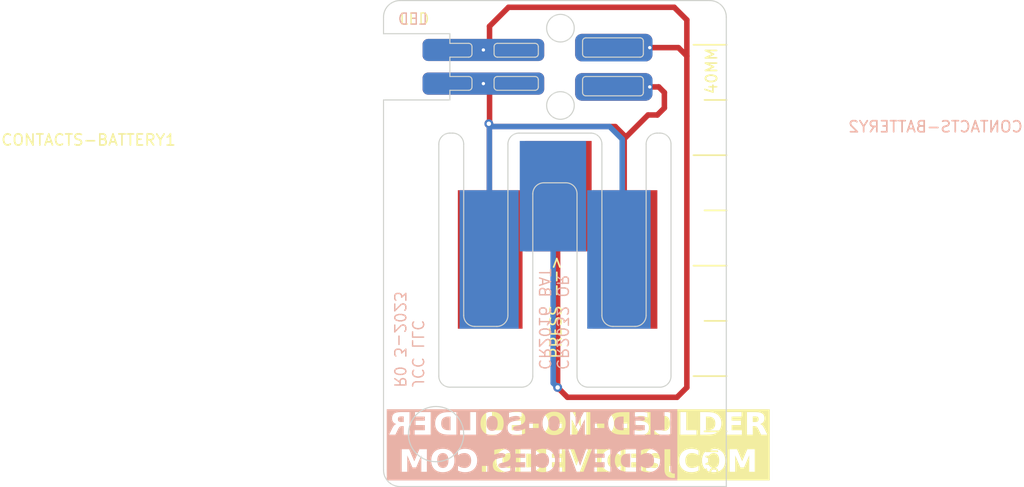
<source format=kicad_pcb>
(kicad_pcb (version 20221018) (generator pcbnew)
  (layers (0 "F.Cu" signal) (31 "B.Cu" signal) (34 "B.Paste" user) (35 "F.Paste" user) (36 "B.SilkS" user "B.Silkscreen") (37 "F.SilkS" user "F.Silkscreen") (38 "B.Mask" user) (39 "F.Mask" user) (44 "Edge.Cuts" user))
  (net 0 "")
  (net 1 "Net-(#FLG0101-pwr)")
  (net 2 "Net-(CONTACTS-BATTERY1-GND)")
  (footprint "JCC:led-wrap-jsc" (layer "F.Cu") (at 142 65.9955)
    (fp_text reference "D1" hide)
    (fp_text value "LED")
    (pad "1" thru_hole roundrect (at 0 -1.524) (size 11 2) (drill 0.3) (layers "*.Cu" "*.Mask") (net 2 "Net-(CONTACTS-BATTERY1-GND)"))
    (pad "2" thru_hole roundrect (at 0 1.524) (size 11 2) (drill 0.3) (layers "*.Cu" "*.Mask") (net 1 "Net-(#FLG0101-pwr)"))
  )
  (footprint "JCC:pick-battery-jsc" (layer "F.Cu") (at 148.59 79.709)
    (fp_text reference "CONTACTS-BATTERY1" (at -42.3 -7.089 unlocked) (layer "F.SilkS"))
    (fp_text value "pick-contact-jsc")
    (pad "1" smd rect (at -5.974 3.73 90) (size 12.54 5.852) (layers "F.Cu" "F.Paste" "F.Mask") (net 1 "Net-(#FLG0101-pwr)"))
    (pad "2" smd rect (at 0.2 -2 90) (size 10 6) (layers "F.Cu" "F.Paste" "F.Mask") (net 2 "Net-(CONTACTS-BATTERY1-GND)"))
    (pad "3" smd rect (at 6.222 3.73 90) (size 12.54 5.844) (layers "F.Cu" "F.Paste" "F.Mask") (net 1 "Net-(#FLG0101-pwr)"))
  )
  (footprint "JCC:led-wrap-jsc" (layer "F.Cu") (at 157.047 66.04)
    (fp_text reference "D1" hide)
    (fp_text value "LED")
    (pad "1" thru_hole roundrect (at 0 -1.778) (size 7 2.5) (drill 0.3 (offset -3.25 0)) (layers "*.Cu" "*.Mask") (net 2 "Net-(CONTACTS-BATTERY1-GND)"))
    (pad "2" thru_hole roundrect (at 0 1.778) (size 7 2.5) (drill 0.3 (offset -3.25 0)) (layers "*.Cu" "*.Mask") (net 1 "Net-(#FLG0101-pwr)"))
  )
  (footprint "JCC:pick-battery-jsc" (layer "B.Cu") (at 148.49 79.709 180)
    (fp_text reference "CONTACTS-BATTERY2" (at -34.4 8.289 unlocked) (layer "B.SilkS") (effects (justify mirror)))
    (fp_text value "pick-contact-jsc")
    (pad "1" smd rect (at -5.768 -3.73 90) (size 12.54 5.736) (layers "B.Cu" "B.Paste" "B.Mask") (net 1 "Net-(#FLG0101-pwr)"))
    (pad "2" smd rect (at 0.2 2 90) (size 10 6) (layers "B.Cu" "B.Paste" "B.Mask") (net 2 "Net-(CONTACTS-BATTERY1-GND)"))
    (pad "3" smd rect (at 5.968 -3.73 90) (size 12.54 5.336) (layers "B.Cu" "B.Paste" "B.Mask") (net 1 "Net-(#FLG0101-pwr)"))
  )
  (gr_line (start 164 74) (end 161 74) (stroke (width 0.15)) (layer "F.SilkS"))
  (gr_line (start 162 69) (end 164 69) (stroke (width 0.15)) (layer "F.SilkS"))
  (gr_line (start 164 94) (end 161 94) (stroke (width 0.15)) (layer "F.SilkS"))
  (gr_line (start 162 89) (end 164 89) (stroke (width 0.15)) (layer "F.SilkS"))
  (gr_line (start 164 64) (end 161 64) (stroke (width 0.15)) (layer "F.SilkS"))
  (gr_line (start 162 79) (end 164 79) (stroke (width 0.15)) (layer "F.SilkS"))
  (gr_line (start 164 84) (end 161 84) (stroke (width 0.15)) (layer "F.SilkS"))
  (gr_line (start 162 99) (end 164 99) (stroke (width 0.15)) (layer "F.SilkS"))
  (gr_line (start 143.269001 66.875) (end 146.669 66.875) (stroke (width 0.1)) (layer "Edge.Cuts"))
  (gr_arc (start 132.969 61.5) (mid 133.40834 60.43934) (end 134.469 60) (stroke (width 0.1)) (layer "Edge.Cuts"))
  (gr_line (start 132.969 69) (end 132.969 102.5) (stroke (width 0.1)) (layer "Edge.Cuts"))
  (gr_line (start 152.719 73) (end 152.719 88.5) (stroke (width 0.1)) (layer "Edge.Cuts"))
  (gr_line (start 146.469 77.5) (end 146.469 94) (stroke (width 0.1)) (layer "Edge.Cuts"))
  (gr_circle (center 137.719 99.25) (end 135.219 99.25) (stroke (width 0.1)) (fill none) (layer "Edge.Cuts"))
  (gr_arc (start 140.969001 67.825) (mid 140.881133 68.037132) (end 140.669001 68.125) (stroke (width 0.1)) (layer "Edge.Cuts"))
  (gr_line (start 142.969 67.825) (end 142.969001 67.175) (stroke (width 0.1)) (layer "Edge.Cuts"))
  (gr_arc (start 142.969 64.175) (mid 143.056868 63.962868) (end 143.269 63.875) (stroke (width 0.1)) (layer "Edge.Cuts"))
  (gr_line (start 157.719001 72.000001) (end 157.969 72.000001) (stroke (width 0.1)) (layer "Edge.Cuts"))
  (gr_line (start 138.969 63.875) (end 140.669001 63.875) (stroke (width 0.1)) (layer "Edge.Cuts"))
  (gr_line (start 140.969 67.175) (end 140.969001 67.825) (stroke (width 0.1)) (layer "Edge.Cuts"))
  (gr_line (start 140.219 73) (end 140.219 88.5) (stroke (width 0.1)) (layer "Edge.Cuts"))
  (gr_arc (start 151.719 72) (mid 152.426107 72.292893) (end 152.719 73) (stroke (width 0.1)) (layer "Edge.Cuts"))
  (gr_line (start 140.969001 64.175) (end 140.969 64.825) (stroke (width 0.1)) (layer "Edge.Cuts"))
  (gr_arc (start 150.969 63.675) (mid 151.056868 63.462868) (end 151.269 63.375) (stroke (width 0.1)) (layer "Edge.Cuts"))
  (gr_line (start 158.969 73) (end 158.969001 94) (stroke (width 0.1)) (layer "Edge.Cuts"))
  (gr_line (start 140.669 65.125) (end 138.969001 65.125) (stroke (width 0.1)) (layer "Edge.Cuts"))
  (gr_line (start 142.969001 64.825) (end 142.969 64.175) (stroke (width 0.1)) (layer "Edge.Cuts"))
  (gr_arc (start 146.669 66.875) (mid 146.881132 66.962868) (end 146.969 67.175) (stroke (width 0.1)) (layer "Edge.Cuts"))
  (gr_arc (start 162.469 60) (mid 163.52966 60.43934) (end 163.969 61.5) (stroke (width 0.1)) (layer "Edge.Cuts"))
  (gr_arc (start 146.469 94) (mid 146.176107 94.707106) (end 145.469001 95.000001) (stroke (width 0.1)) (layer "Edge.Cuts"))
  (gr_line (start 132.969 61.5) (end 132.969 63) (stroke (width 0.1)) (layer "Edge.Cuts"))
  (gr_arc (start 141.219 89.5) (mid 140.511893 89.207107) (end 140.219 88.5) (stroke (width 0.1)) (layer "Edge.Cuts"))
  (gr_arc (start 144.219 73) (mid 144.511893 72.292893) (end 145.219 72) (stroke (width 0.1)) (layer "Edge.Cuts"))
  (gr_line (start 146.669 68.125) (end 143.269 68.125) (stroke (width 0.1)) (layer "Edge.Cuts"))
  (gr_line (start 146.969 64.175) (end 146.969 64.825) (stroke (width 0.1)) (layer "Edge.Cuts"))
  (gr_line (start 145.219 72) (end 151.719 72) (stroke (width 0.1)) (layer "Edge.Cuts"))
  (gr_line (start 146.669 65.125) (end 143.269001 65.125001) (stroke (width 0.1)) (layer "Edge.Cuts"))
  (gr_arc (start 146.969 64.825) (mid 146.881132 65.037132) (end 146.669 65.125) (stroke (width 0.1)) (layer "Edge.Cuts"))
  (gr_line (start 149.469 76.5) (end 147.469001 76.500001) (stroke (width 0.1)) (layer "Edge.Cuts"))
  (gr_line (start 157.969 95.000001) (end 151.469 95) (stroke (width 0.1)) (layer "Edge.Cuts"))
  (gr_line (start 150.469 94) (end 150.469 77.5) (stroke (width 0.1)) (layer "Edge.Cuts"))
  (gr_arc (start 137.969 73) (mid 138.261893 72.292893) (end 138.969 72.000001) (stroke (width 0.1)) (layer "Edge.Cuts"))
  (gr_line (start 156.719 88.5) (end 156.719 73) (stroke (width 0.1)) (layer "Edge.Cuts"))
  (gr_arc (start 143.269 68.125) (mid 143.056868 68.037132) (end 142.969 67.825) (stroke (width 0.1)) (layer "Edge.Cuts"))
  (gr_arc (start 138.969 95.000001) (mid 138.261893 94.707107) (end 137.969 94) (stroke (width 0.1)) (layer "Edge.Cuts"))
  (gr_arc (start 156.719 88.5) (mid 156.426107 89.207107) (end 155.719 89.5) (stroke (width 0.1)) (layer "Edge.Cuts"))
  (gr_arc (start 156.169 66.875) (mid 156.381132 66.962868) (end 156.469 67.175) (stroke (width 0.1)) (layer "Edge.Cuts"))
  (gr_line (start 137.969 94) (end 137.969 73) (stroke (width 0.1)) (layer "Edge.Cuts"))
  (gr_line (start 138.969 68.125) (end 138.969 69) (stroke (width 0.1)) (layer "Edge.Cuts"))
  (gr_arc (start 151.269 65.125) (mid 151.056868 65.037132) (end 150.969 64.825) (stroke (width 0.1)) (layer "Edge.Cuts"))
  (gr_line (start 138.969 72.000001) (end 139.219 72) (stroke (width 0.1)) (layer "Edge.Cuts"))
  (gr_line (start 141.219 89.5) (end 143.219 89.5) (stroke (width 0.1)) (layer "Edge.Cuts"))
  (gr_line (start 138.969 63.000001) (end 138.969 63.875) (stroke (width 0.1)) (layer "Edge.Cuts"))
  (gr_arc (start 139.219 72) (mid 139.926107 72.292893) (end 140.219 73) (stroke (width 0.1)) (layer "Edge.Cuts"))
  (gr_arc (start 156.169 63.375) (mid 156.381132 63.462868) (end 156.469 63.675) (stroke (width 0.1)) (layer "Edge.Cuts"))
  (gr_arc (start 146.969 67.825) (mid 146.881132 68.037132) (end 146.669 68.125) (stroke (width 0.1)) (layer "Edge.Cuts"))
  (gr_arc (start 157.969 72.000001) (mid 158.676106 72.292894) (end 158.969 73) (stroke (width 0.1)) (layer "Edge.Cuts"))
  (gr_arc (start 156.469 64.825) (mid 156.381132 65.037132) (end 156.169 65.125) (stroke (width 0.1)) (layer "Edge.Cuts"))
  (gr_line (start 144.219 88.5) (end 144.219 73) (stroke (width 0.1)) (layer "Edge.Cuts"))
  (gr_arc (start 156.719 73) (mid 157.011894 72.292893) (end 157.719001 72.000001) (stroke (width 0.1)) (layer "Edge.Cuts"))
  (gr_arc (start 151.269 68.625) (mid 151.056868 68.537132) (end 150.969 68.325001) (stroke (width 0.1)) (layer "Edge.Cuts"))
  (gr_line (start 134.469 104) (end 163.969 104) (stroke (width 0.1)) (layer "Edge.Cuts"))
  (gr_line (start 138.969001 65.125) (end 138.969001 66.875) (stroke (width 0.1)) (layer "Edge.Cuts"))
  (gr_arc (start 158.969001 94) (mid 158.676107 94.707107) (end 157.969 95.000001) (stroke (width 0.1)) (layer "Edge.Cuts"))
  (gr_circle (center 148.969 62.5) (end 147.719 62.500001) (stroke (width 0.1)) (fill none) (layer "Edge.Cuts"))
  (gr_line (start 132.969 63) (end 138.969 63.000001) (stroke (width 0.1)) (layer "Edge.Cuts"))
  (gr_arc (start 150.969 67.175) (mid 151.056868 66.962868) (end 151.269 66.875) (stroke (width 0.1)) (layer "Edge.Cuts"))
  (gr_line (start 145.469001 95.000001) (end 138.969 95.000001) (stroke (width 0.1)) (layer "Edge.Cuts"))
  (gr_arc (start 140.969 64.825) (mid 140.881132 65.037132) (end 140.669 65.125) (stroke (width 0.1)) (layer "Edge.Cuts"))
  (gr_line (start 150.969 64.825) (end 150.969 63.675) (stroke (width 0.1)) (layer "Edge.Cuts"))
  (gr_circle (center 148.969 69.500001) (end 147.719 69.5) (stroke (width 0.1)) (fill none) (layer "Edge.Cuts"))
  (gr_line (start 143.269 63.875) (end 146.669 63.875) (stroke (width 0.1)) (layer "Edge.Cuts"))
  (gr_line (start 140.669001 68.125) (end 138.969 68.125) (stroke (width 0.1)) (layer "Edge.Cuts"))
  (gr_line (start 156.169 65.125) (end 151.269 65.125) (stroke (width 0.1)) (layer "Edge.Cuts"))
  (gr_line (start 156.469 63.675) (end 156.469 64.825) (stroke (width 0.1)) (layer "Edge.Cuts"))
  (gr_line (start 138.969 69) (end 132.969 69) (stroke (width 0.1)) (layer "Edge.Cuts"))
  (gr_arc (start 142.969001 67.175) (mid 143.056869 66.962868) (end 143.269001 66.875) (stroke (width 0.1)) (layer "Edge.Cuts"))
  (gr_line (start 163.969 104) (end 163.969 61.5) (stroke (width 0.1)) (layer "Edge.Cuts"))
  (gr_line (start 153.719 89.5) (end 155.719 89.5) (stroke (width 0.1)) (layer "Edge.Cuts"))
  (gr_arc (start 149.469 76.5) (mid 150.176107 76.792893) (end 150.469 77.5) (stroke (width 0.1)) (layer "Edge.Cuts"))
  (gr_arc (start 140.669001 63.875) (mid 140.881132 63.962868) (end 140.969001 64.175) (stroke (width 0.1)) (layer "Edge.Cuts"))
  (gr_line (start 151.269 66.875) (end 156.169 66.875) (stroke (width 0.1)) (layer "Edge.Cuts"))
  (gr_arc (start 151.469 95) (mid 150.761893 94.707107) (end 150.469 94) (stroke (width 0.1)) (layer "Edge.Cuts"))
  (gr_arc (start 146.469 77.5) (mid 146.761894 76.792893) (end 147.469001 76.500001) (stroke (width 0.1)) (layer "Edge.Cuts"))
  (gr_line (start 162.469 60) (end 134.469 60) (stroke (width 0.1)) (layer "Edge.Cuts"))
  (gr_arc (start 146.669 63.875) (mid 146.881132 63.962868) (end 146.969 64.175) (stroke (width 0.1)) (layer "Edge.Cuts"))
  (gr_arc (start 134.469 104) (mid 133.40834 103.56066) (end 132.969 102.5) (stroke (width 0.1)) (layer "Edge.Cuts"))
  (gr_arc (start 144.219 88.5) (mid 143.926107 89.207107) (end 143.219 89.5) (stroke (width 0.1)) (layer "Edge.Cuts"))
  (gr_line (start 151.269 63.375) (end 156.169 63.375) (stroke (width 0.1)) (layer "Edge.Cuts"))
  (gr_line (start 156.169 68.625) (end 151.269 68.625) (stroke (width 0.1)) (layer "Edge.Cuts"))
  (gr_line (start 156.469 67.175) (end 156.469001 68.325001) (stroke (width 0.1)) (layer "Edge.Cuts"))
  (gr_arc (start 156.469001 68.325001) (mid 156.381132 68.537133) (end 156.169 68.625) (stroke (width 0.1)) (layer "Edge.Cuts"))
  (gr_line (start 150.969 68.325001) (end 150.969 67.175) (stroke (width 0.1)) (layer "Edge.Cuts"))
  (gr_arc (start 143.269001 65.125001) (mid 143.056868 65.037133) (end 142.969001 64.825) (stroke (width 0.1)) (layer "Edge.Cuts"))
  (gr_line (start 138.969001 66.875) (end 140.669 66.875) (stroke (width 0.1)) (layer "Edge.Cuts"))
  (gr_arc (start 153.719 89.5) (mid 153.011893 89.207107) (end 152.719 88.5) (stroke (width 0.1)) (layer "Edge.Cuts"))
  (gr_arc (start 140.669 66.875) (mid 140.881132 66.962868) (end 140.969 67.175) (stroke (width 0.1)) (layer "Edge.Cuts"))
  (gr_line (start 146.969 67.175) (end 146.969 67.825) (stroke (width 0.1)) (layer "Edge.Cuts"))
  (gr_text "CR2032 OR\nCR2016 BAT" (at 146.95 93.53 -90) (layer "B.SilkS") (effects (font (size 1 1) (thickness 0.125)) (justify left bottom mirror)))
  (gr_text "JCC LLC\nR0 3-2023" (at 133.858 95.123 270) (layer "B.SilkS") (effects (font (size 1 1) (thickness 0.125)) (justify left bottom mirror)))
  (gr_text "LED" (at 137.06 62.26) (layer "B.SilkS") (effects (font (size 1 1) (thickness 0.125)) (justify left bottom mirror)))
  (gr_text "LED-NO-SOLDER\nJCDEVICES.COM" (at 159.16 103) (layer "B.SilkS" knockout) (effects (font (size 2 2) (thickness 0.2) bold) (justify left bottom mirror)))
  (gr_text "40MM" (at 163.22 68.57 90) (layer "F.SilkS") (effects (font (size 1 1)) (justify left bottom)))
  (gr_text "LED" (at 134.33 62.25) (layer "F.SilkS") (effects (font (size 1 1) (thickness 0.125)) (justify left bottom)))
  (gr_text "5MM" (at 163.29 103.24 90) (layer "F.SilkS") (effects (font (size 1 1)) (justify left bottom)))
  (gr_text "PRESS -->" (at 149.15 92.51 90) (layer "F.SilkS") (effects (font (size 1 1)) (justify left bottom)))
  (gr_text "LED-NO-SOLDER\nJCDEVICES.COM" (at 142 103) (layer "F.SilkS" knockout) (effects (font (size 2 2) (thickness 0.2) bold) (justify left bottom)))
  (segment (start 157.047 67.818) (end 157.861 67.818) (width 0.5) (layer "F.Cu") (net 1))
  (segment (start 142.748 71.406) (end 153.924 71.406) (width 0.5) (layer "F.Cu") (net 1))
  (segment (start 158.369 68.326) (end 158.369 69.723) (width 0.5) (layer "F.Cu") (net 1))
  (segment (start 153.924 71.406) (end 154.735 72.217) (width 0.5) (layer "F.Cu") (net 1))
  (segment (start 157.734 70.358) (end 156.894 70.358) (width 0.5) (layer "F.Cu") (net 1))
  (segment (start 142.494 71.152) (end 142.748 71.406) (width 0.5) (layer "F.Cu") (net 1))
  (segment (start 154.735 72.217) (end 154.735 72.517) (width 0.5) (layer "F.Cu") (net 1))
  (segment (start 142.557892 71.088108) (end 142.557892 67.709608) (width 0.5) (layer "F.Cu") (net 1))
  (segment (start 142.539 85.249) (end 142.539 71.197) (width 0.5) (layer "F.Cu") (net 1))
  (segment (start 142.557892 67.709608) (end 142.55631 67.677169) (width 0.5) (layer "F.Cu") (net 1))
  (segment (start 142.539 71.197) (end 142.494 71.152) (width 0.5) (layer "F.Cu") (net 1))
  (segment (start 142.494 71.152) (end 142.557892 71.088108) (width 0.5) (layer "F.Cu") (net 1))
  (segment (start 156.894 70.358) (end 154.735 72.517) (width 0.5) (layer "F.Cu") (net 1))
  (segment (start 154.735 72.517) (end 154.735 85.249) (width 0.5) (layer "F.Cu") (net 1))
  (segment (start 157.861 67.818) (end 158.369 68.326) (width 0.5) (layer "F.Cu") (net 1))
  (segment (start 158.369 69.723) (end 157.734 70.358) (width 0.5) (layer "F.Cu") (net 1))
  (via (at 142.494 71.152) (size 0.8) (drill 0.4) (layers "F.Cu" "B.Cu") (net 1))
  (segment (start 142.494 71.152) (end 142.545 71.203) (width 0.5) (layer "B.Cu") (net 1))
  (segment (start 142.545 71.203) (end 142.545 85.249) (width 0.5) (layer "B.Cu") (net 1))
  (segment (start 154.559 72.549) (end 154.559 84.971) (width 0.5) (layer "B.Cu") (net 1))
  (segment (start 153.416 71.406) (end 154.559 72.549) (width 0.5) (layer "B.Cu") (net 1))
  (segment (start 142.494 71.152) (end 142.748 71.406) (width 0.5) (layer "B.Cu") (net 1))
  (segment (start 142.748 71.406) (end 153.416 71.406) (width 0.5) (layer "B.Cu") (net 1))
  (segment (start 157.047 64.262) (end 159.639 64.262) (width 0.5) (layer "F.Cu") (net 2))
  (segment (start 149.606 95.917) (end 148.717 95.028) (width 0.5) (layer "F.Cu") (net 2))
  (segment (start 159.639 64.262) (end 160.401 65.024) (width 0.5) (layer "F.Cu") (net 2))
  (segment (start 160.401 95.028) (end 160.401 65.024) (width 0.5) (layer "F.Cu") (net 2))
  (segment (start 159.512 95.917) (end 160.401 95.028) (width 0.5) (layer "F.Cu") (net 2))
  (segment (start 160.401 61.754) (end 159.258 60.611) (width 0.5) (layer "F.Cu") (net 2))
  (segment (start 144.272 60.611) (end 142.55631 62.32669) (width 0.5) (layer "F.Cu") (net 2))
  (segment (start 159.258 60.611) (end 144.272 60.611) (width 0.5) (layer "F.Cu") (net 2))
  (segment (start 148.717 95.028) (end 148.713 95.024) (width 0.5) (layer "F.Cu") (net 2))
  (segment (start 149.606 95.917) (end 159.512 95.917) (width 0.5) (layer "F.Cu") (net 2))
  (segment (start 148.713 95.024) (end 148.713 79.519) (width 0.5) (layer "F.Cu") (net 2))
  (segment (start 160.401 65.024) (end 160.401 61.754) (width 0.5) (layer "F.Cu") (net 2))
  (segment (start 142.55631 62.32669) (end 142.55631 64.322831) (width 0.5) (layer "F.Cu") (net 2))
  (via (at 148.717 95.028) (size 0.8) (drill 0.4) (layers "F.Cu" "B.Cu") (net 2))
  (segment (start 148.717 95.028) (end 148.313 94.624) (width 0.5) (layer "B.Cu") (net 2))
  (segment (start 148.313 94.624) (end 148.313 79.519) (width 0.5) (layer "B.Cu") (net 2))
)
</source>
